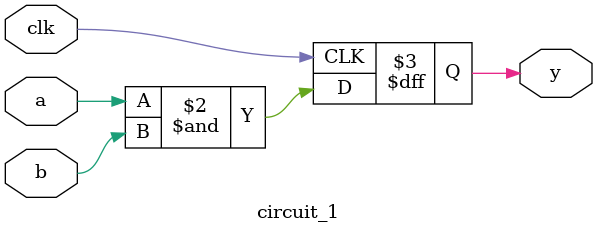
<source format=v>
module circuit_1 (
    input wire clk,
    input wire a,
    input wire b,
    output reg y
);

    always @(posedge clk) begin
        y <= a & b;
    end

endmodule

</source>
